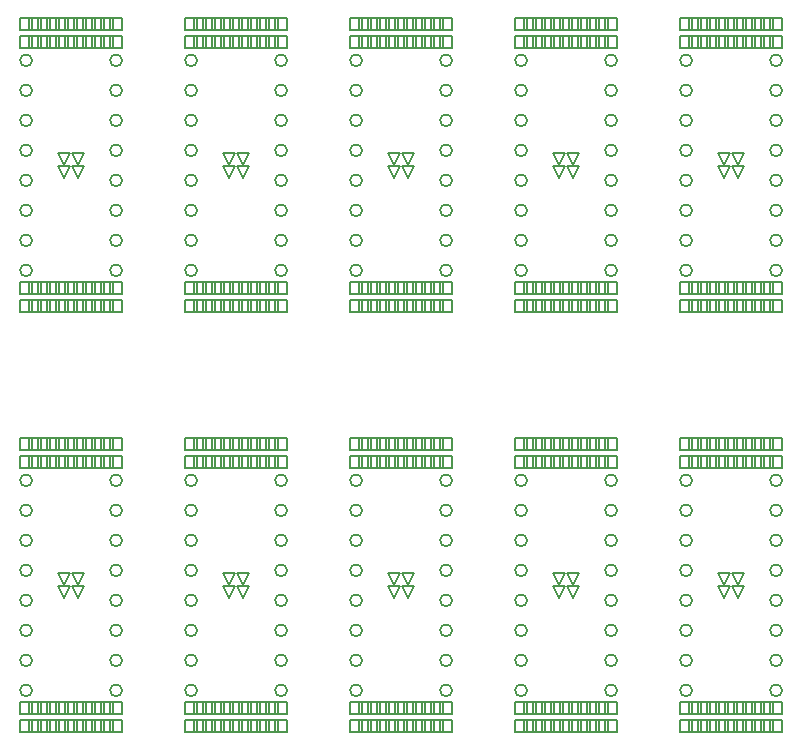
<source format=gbr>
%TF.GenerationSoftware,Altium Limited,Altium Designer,21.6.4 (81)*%
G04 Layer_Color=2752767*
%FSLAX26Y26*%
%MOIN*%
%TF.SameCoordinates,5FA90F47-3B47-4036-B415-51D33840892C*%
%TF.FilePolarity,Positive*%
%TF.FileFunction,Drawing*%
%TF.Part,CustomerPanel*%
G01*
G75*
%TA.AperFunction,NonConductor*%
%ADD16C,0.005000*%
%ADD631C,0.006667*%
D16*
X1180000Y1035000D02*
Y1075000D01*
X1220000D01*
Y1035000D01*
X1180000D01*
Y1095000D02*
Y1135000D01*
X1220000D01*
Y1095000D01*
X1180000D01*
X1210000D02*
Y1135000D01*
X1250000D01*
Y1095000D01*
X1210000D01*
Y1075000D02*
X1250000D01*
Y1035000D01*
X1210000D01*
Y1075000D01*
X1240000D02*
X1280000D01*
Y1035000D01*
X1240000D01*
Y1075000D01*
Y1095000D02*
Y1135000D01*
X1280000D01*
Y1095000D01*
X1240000D01*
X1270000D02*
Y1135000D01*
X1310000D01*
Y1095000D01*
X1270000D01*
Y1075000D02*
X1310000D01*
Y1035000D01*
X1270000D01*
Y1075000D01*
X1300000D02*
X1340000D01*
Y1035000D01*
X1300000D01*
Y1075000D01*
Y1095000D02*
Y1135000D01*
X1340000D01*
Y1095000D01*
X1300000D01*
X1330000D02*
Y1135000D01*
X1370000D01*
Y1095000D01*
X1330000D01*
Y1075000D02*
X1370000D01*
Y1035000D01*
X1330000D01*
Y1075000D01*
X1360000D02*
X1400000D01*
Y1035000D01*
X1360000D01*
Y1075000D01*
Y1095000D02*
Y1135000D01*
X1400000D01*
Y1095000D01*
X1360000D01*
X1390000D02*
Y1135000D01*
X1430000D01*
Y1095000D01*
X1390000D01*
Y1075000D02*
X1430000D01*
Y1035000D01*
X1390000D01*
Y1075000D01*
X1420000D02*
X1460000D01*
Y1035000D01*
X1420000D01*
Y1075000D01*
Y1095000D02*
Y1135000D01*
X1460000D01*
Y1095000D01*
X1420000D01*
X1450000D02*
Y1135000D01*
X1490000D01*
Y1095000D01*
X1450000D01*
Y1075000D02*
X1490000D01*
Y1035000D01*
X1450000D01*
Y1075000D01*
X1480000D02*
X1520000D01*
Y1035000D01*
X1480000D01*
Y1075000D01*
Y1095000D02*
Y1135000D01*
X1520000D01*
Y1095000D01*
X1480000D01*
X1730000D02*
Y1135000D01*
X1770000D01*
Y1095000D01*
X1730000D01*
Y1075000D02*
X1770000D01*
Y1035000D01*
X1730000D01*
Y1075000D01*
X1760000D02*
X1800000D01*
Y1035000D01*
X1760000D01*
Y1075000D01*
Y1095000D02*
Y1135000D01*
X1800000D01*
Y1095000D01*
X1760000D01*
X1790000D02*
Y1135000D01*
X1830000D01*
Y1095000D01*
X1790000D01*
Y1075000D02*
X1830000D01*
Y1035000D01*
X1790000D01*
Y1075000D01*
X1820000D02*
X1860000D01*
Y1035000D01*
X1820000D01*
Y1075000D01*
Y1095000D02*
Y1135000D01*
X1860000D01*
Y1095000D01*
X1820000D01*
X1850000D02*
Y1135000D01*
X1890000D01*
Y1095000D01*
X1850000D01*
Y1075000D02*
X1890000D01*
Y1035000D01*
X1850000D01*
Y1075000D01*
X1880000D02*
X1920000D01*
Y1035000D01*
X1880000D01*
Y1075000D01*
Y1095000D02*
Y1135000D01*
X1920000D01*
Y1095000D01*
X1880000D01*
X1910000D02*
Y1135000D01*
X1950000D01*
Y1095000D01*
X1910000D01*
Y1075000D02*
X1950000D01*
Y1035000D01*
X1910000D01*
Y1075000D01*
X1940000D02*
X1980000D01*
Y1035000D01*
X1940000D01*
Y1075000D01*
Y1095000D02*
Y1135000D01*
X1980000D01*
Y1095000D01*
X1940000D01*
X1970000D02*
Y1135000D01*
X2010000D01*
Y1095000D01*
X1970000D01*
Y1075000D02*
X2010000D01*
Y1035000D01*
X1970000D01*
Y1075000D01*
X2000000D02*
X2040000D01*
Y1035000D01*
X2000000D01*
Y1075000D01*
Y1095000D02*
Y1135000D01*
X2040000D01*
Y1095000D01*
X2000000D01*
X2030000D02*
Y1135000D01*
X2070000D01*
Y1095000D01*
X2030000D01*
Y1075000D02*
X2070000D01*
Y1035000D01*
X2030000D01*
Y1075000D01*
X2280000D02*
X2320000D01*
Y1035000D01*
X2280000D01*
Y1075000D01*
Y1095000D02*
Y1135000D01*
X2320000D01*
Y1095000D01*
X2280000D01*
X2310000D02*
Y1135000D01*
X2350000D01*
Y1095000D01*
X2310000D01*
Y1075000D02*
X2350000D01*
Y1035000D01*
X2310000D01*
Y1075000D01*
X2340000D02*
X2380000D01*
Y1035000D01*
X2340000D01*
Y1075000D01*
Y1095000D02*
Y1135000D01*
X2380000D01*
Y1095000D01*
X2340000D01*
X2370000D02*
Y1135000D01*
X2410000D01*
Y1095000D01*
X2370000D01*
Y1075000D02*
X2410000D01*
Y1035000D01*
X2370000D01*
Y1075000D01*
X2400000D02*
X2440000D01*
Y1035000D01*
X2400000D01*
Y1075000D01*
Y1095000D02*
Y1135000D01*
X2440000D01*
Y1095000D01*
X2400000D01*
X2430000D02*
Y1135000D01*
X2470000D01*
Y1095000D01*
X2430000D01*
Y1075000D02*
X2470000D01*
Y1035000D01*
X2430000D01*
Y1075000D01*
X2460000D02*
X2500000D01*
Y1035000D01*
X2460000D01*
Y1075000D01*
Y1095000D02*
Y1135000D01*
X2500000D01*
Y1095000D01*
X2460000D01*
X2490000D02*
Y1135000D01*
X2530000D01*
Y1095000D01*
X2490000D01*
Y1075000D02*
X2530000D01*
Y1035000D01*
X2490000D01*
Y1075000D01*
X2520000D02*
X2560000D01*
Y1035000D01*
X2520000D01*
Y1075000D01*
Y1095000D02*
Y1135000D01*
X2560000D01*
Y1095000D01*
X2520000D01*
X2550000D02*
Y1135000D01*
X2590000D01*
Y1095000D01*
X2550000D01*
Y1075000D02*
X2590000D01*
Y1035000D01*
X2550000D01*
Y1075000D01*
X2580000D02*
X2620000D01*
Y1035000D01*
X2580000D01*
Y1075000D01*
Y1095000D02*
Y1135000D01*
X2620000D01*
Y1095000D01*
X2580000D01*
X2830000D02*
Y1135000D01*
X2870000D01*
Y1095000D01*
X2830000D01*
Y1075000D02*
X2870000D01*
Y1035000D01*
X2830000D01*
Y1075000D01*
X2860000D02*
X2900000D01*
Y1035000D01*
X2860000D01*
Y1075000D01*
Y1095000D02*
Y1135000D01*
X2900000D01*
Y1095000D01*
X2860000D01*
X2890000D02*
Y1135000D01*
X2930000D01*
Y1095000D01*
X2890000D01*
Y1075000D02*
X2930000D01*
Y1035000D01*
X2890000D01*
Y1075000D01*
X2920000D02*
X2960000D01*
Y1035000D01*
X2920000D01*
Y1075000D01*
Y1095000D02*
Y1135000D01*
X2960000D01*
Y1095000D01*
X2920000D01*
X2950000D02*
Y1135000D01*
X2990000D01*
Y1095000D01*
X2950000D01*
Y1075000D02*
X2990000D01*
Y1035000D01*
X2950000D01*
Y1075000D01*
X2980000D02*
X3020000D01*
Y1035000D01*
X2980000D01*
Y1075000D01*
Y1095000D02*
Y1135000D01*
X3020000D01*
Y1095000D01*
X2980000D01*
X3010000D02*
Y1135000D01*
X3050000D01*
Y1095000D01*
X3010000D01*
Y1075000D02*
X3050000D01*
Y1035000D01*
X3010000D01*
Y1075000D01*
X3040000D02*
X3080000D01*
Y1035000D01*
X3040000D01*
Y1075000D01*
Y1095000D02*
Y1135000D01*
X3080000D01*
Y1095000D01*
X3040000D01*
X3070000D02*
Y1135000D01*
X3110000D01*
Y1095000D01*
X3070000D01*
Y1075000D02*
X3110000D01*
Y1035000D01*
X3070000D01*
Y1075000D01*
X3100000D02*
X3140000D01*
Y1035000D01*
X3100000D01*
Y1075000D01*
Y1095000D02*
Y1135000D01*
X3140000D01*
Y1095000D01*
X3100000D01*
X3130000D02*
Y1135000D01*
X3170000D01*
Y1095000D01*
X3130000D01*
Y1075000D02*
X3170000D01*
Y1035000D01*
X3130000D01*
Y1075000D01*
X3380000D02*
X3420000D01*
Y1035000D01*
X3380000D01*
Y1075000D01*
Y1095000D02*
Y1135000D01*
X3420000D01*
Y1095000D01*
X3380000D01*
X3410000D02*
Y1135000D01*
X3450000D01*
Y1095000D01*
X3410000D01*
Y1075000D02*
X3450000D01*
Y1035000D01*
X3410000D01*
Y1075000D01*
X3440000D02*
X3480000D01*
Y1035000D01*
X3440000D01*
Y1075000D01*
Y1095000D02*
Y1135000D01*
X3480000D01*
Y1095000D01*
X3440000D01*
X3470000D02*
Y1135000D01*
X3510000D01*
Y1095000D01*
X3470000D01*
Y1075000D02*
X3510000D01*
Y1035000D01*
X3470000D01*
Y1075000D01*
X3500000D02*
X3540000D01*
Y1035000D01*
X3500000D01*
Y1075000D01*
Y1095000D02*
Y1135000D01*
X3540000D01*
Y1095000D01*
X3500000D01*
X3530000D02*
Y1135000D01*
X3570000D01*
Y1095000D01*
X3530000D01*
Y1075000D02*
X3570000D01*
Y1035000D01*
X3530000D01*
Y1075000D01*
X3560000D02*
X3600000D01*
Y1035000D01*
X3560000D01*
Y1075000D01*
Y1095000D02*
Y1135000D01*
X3600000D01*
Y1095000D01*
X3560000D01*
X3590000D02*
Y1135000D01*
X3630000D01*
Y1095000D01*
X3590000D01*
Y1075000D02*
X3630000D01*
Y1035000D01*
X3590000D01*
Y1075000D01*
X3620000D02*
X3660000D01*
Y1035000D01*
X3620000D01*
Y1075000D01*
Y1095000D02*
Y1135000D01*
X3660000D01*
Y1095000D01*
X3620000D01*
X3650000D02*
Y1135000D01*
X3690000D01*
Y1095000D01*
X3650000D01*
Y1075000D02*
X3690000D01*
Y1035000D01*
X3650000D01*
Y1075000D01*
X3680000D02*
X3720000D01*
Y1035000D01*
X3680000D01*
Y1075000D01*
Y1095000D02*
Y1135000D01*
X3720000D01*
Y1095000D01*
X3680000D01*
X3572272Y1482730D02*
X3552272Y1522730D01*
X3592272D01*
X3572272Y1482730D01*
X3527730D02*
X3507730Y1522730D01*
X3547730D01*
X3527730Y1482730D01*
Y1527272D02*
X3507730Y1567272D01*
X3547730D01*
X3527730Y1527272D01*
X3572272D02*
X3552272Y1567272D01*
X3592272D01*
X3572272Y1527272D01*
X3720000Y1915000D02*
X3680000D01*
Y1955000D01*
X3720000D01*
Y1915000D01*
Y1975000D02*
X3680000D01*
Y2015000D01*
X3720000D01*
Y1975000D01*
X3690000Y2015000D02*
Y1975000D01*
X3650000D01*
Y2015000D01*
X3690000D01*
X3660000D02*
Y1975000D01*
X3620000D01*
Y2015000D01*
X3660000D01*
X3630000D02*
Y1975000D01*
X3590000D01*
Y2015000D01*
X3630000D01*
X3600000D02*
Y1975000D01*
X3560000D01*
Y2015000D01*
X3600000D01*
Y1955000D02*
Y1915000D01*
X3560000D01*
Y1955000D01*
X3600000D01*
X3620000D02*
X3660000D01*
Y1915000D01*
X3620000D01*
Y1955000D01*
X3630000D02*
Y1915000D01*
X3590000D01*
Y1955000D01*
X3630000D01*
X3650000D02*
X3690000D01*
Y1915000D01*
X3650000D01*
Y1955000D01*
X3570000Y2015000D02*
Y1975000D01*
X3530000D01*
Y2015000D01*
X3570000D01*
X3540000D02*
Y1975000D01*
X3500000D01*
Y2015000D01*
X3540000D01*
X3510000D02*
Y1975000D01*
X3470000D01*
Y2015000D01*
X3510000D01*
Y1955000D02*
Y1915000D01*
X3470000D01*
Y1955000D01*
X3510000D01*
X3500000D02*
X3540000D01*
Y1915000D01*
X3500000D01*
Y1955000D01*
X3530000D02*
X3570000D01*
Y1915000D01*
X3530000D01*
Y1955000D01*
X3480000Y2015000D02*
Y1975000D01*
X3440000D01*
Y2015000D01*
X3480000D01*
X3450000D02*
Y1975000D01*
X3410000D01*
Y2015000D01*
X3450000D01*
X3420000D02*
Y1975000D01*
X3380000D01*
Y2015000D01*
X3420000D01*
Y1955000D02*
Y1915000D01*
X3380000D01*
Y1955000D01*
X3420000D01*
X3410000D02*
X3450000D01*
Y1915000D01*
X3410000D01*
Y1955000D01*
X3440000D02*
X3480000D01*
Y1915000D01*
X3440000D01*
Y1955000D01*
X3170000Y2015000D02*
Y1975000D01*
X3130000D01*
Y2015000D01*
X3170000D01*
X3140000D02*
Y1975000D01*
X3100000D01*
Y2015000D01*
X3140000D01*
X3110000D02*
Y1975000D01*
X3070000D01*
Y2015000D01*
X3110000D01*
Y1955000D02*
Y1915000D01*
X3070000D01*
Y1955000D01*
X3110000D01*
X3100000D02*
X3140000D01*
Y1915000D01*
X3100000D01*
Y1955000D01*
X3130000D02*
X3170000D01*
Y1915000D01*
X3130000D01*
Y1955000D01*
X3080000Y2015000D02*
Y1975000D01*
X3040000D01*
Y2015000D01*
X3080000D01*
X3050000D02*
Y1975000D01*
X3010000D01*
Y2015000D01*
X3050000D01*
X3020000D02*
Y1975000D01*
X2980000D01*
Y2015000D01*
X3020000D01*
Y1955000D02*
Y1915000D01*
X2980000D01*
Y1955000D01*
X3020000D01*
X3010000D02*
X3050000D01*
Y1915000D01*
X3010000D01*
Y1955000D01*
X3040000D02*
X3080000D01*
Y1915000D01*
X3040000D01*
Y1955000D01*
X2990000Y2015000D02*
Y1975000D01*
X2950000D01*
Y2015000D01*
X2990000D01*
X2960000D02*
Y1975000D01*
X2920000D01*
Y2015000D01*
X2960000D01*
X2930000D02*
Y1975000D01*
X2890000D01*
Y2015000D01*
X2930000D01*
X2900000D02*
Y1975000D01*
X2860000D01*
Y2015000D01*
X2900000D01*
Y1955000D02*
Y1915000D01*
X2860000D01*
Y1955000D01*
X2900000D01*
X2920000D02*
X2960000D01*
Y1915000D01*
X2920000D01*
Y1955000D01*
X2930000D02*
Y1915000D01*
X2890000D01*
Y1955000D01*
X2930000D01*
X2950000D02*
X2990000D01*
Y1915000D01*
X2950000D01*
Y1955000D01*
X2870000Y2015000D02*
Y1975000D01*
X2830000D01*
Y2015000D01*
X2870000D01*
Y1955000D02*
Y1915000D01*
X2830000D01*
Y1955000D01*
X2870000D01*
X2620000Y2015000D02*
Y1975000D01*
X2580000D01*
Y2015000D01*
X2620000D01*
Y1955000D02*
Y1915000D01*
X2580000D01*
Y1955000D01*
X2620000D01*
X2590000Y2015000D02*
Y1975000D01*
X2550000D01*
Y2015000D01*
X2590000D01*
X2560000D02*
Y1975000D01*
X2520000D01*
Y2015000D01*
X2560000D01*
X2530000D02*
Y1975000D01*
X2490000D01*
Y2015000D01*
X2530000D01*
X2500000D02*
Y1975000D01*
X2460000D01*
Y2015000D01*
X2500000D01*
Y1955000D02*
Y1915000D01*
X2460000D01*
Y1955000D01*
X2500000D01*
X2520000D02*
X2560000D01*
Y1915000D01*
X2520000D01*
Y1955000D01*
X2530000D02*
Y1915000D01*
X2490000D01*
Y1955000D01*
X2530000D01*
X2550000D02*
X2590000D01*
Y1915000D01*
X2550000D01*
Y1955000D01*
X2470000Y2015000D02*
Y1975000D01*
X2430000D01*
Y2015000D01*
X2470000D01*
X2440000D02*
Y1975000D01*
X2400000D01*
Y2015000D01*
X2440000D01*
X2410000D02*
Y1975000D01*
X2370000D01*
Y2015000D01*
X2410000D01*
Y1955000D02*
Y1915000D01*
X2370000D01*
Y1955000D01*
X2410000D01*
X2400000D02*
X2440000D01*
Y1915000D01*
X2400000D01*
Y1955000D01*
X2430000D02*
X2470000D01*
Y1915000D01*
X2430000D01*
Y1955000D01*
X2380000Y2015000D02*
Y1975000D01*
X2340000D01*
Y2015000D01*
X2380000D01*
X2350000D02*
Y1975000D01*
X2310000D01*
Y2015000D01*
X2350000D01*
X2320000D02*
Y1975000D01*
X2280000D01*
Y2015000D01*
X2320000D01*
Y1955000D02*
Y1915000D01*
X2280000D01*
Y1955000D01*
X2320000D01*
X2310000D02*
X2350000D01*
Y1915000D01*
X2310000D01*
Y1955000D01*
X2340000D02*
X2380000D01*
Y1915000D01*
X2340000D01*
Y1955000D01*
X2070000Y2015000D02*
Y1975000D01*
X2030000D01*
Y2015000D01*
X2070000D01*
X2040000D02*
Y1975000D01*
X2000000D01*
Y2015000D01*
X2040000D01*
X2010000D02*
Y1975000D01*
X1970000D01*
Y2015000D01*
X2010000D01*
Y1955000D02*
Y1915000D01*
X1970000D01*
Y1955000D01*
X2010000D01*
X2000000D02*
X2040000D01*
Y1915000D01*
X2000000D01*
Y1955000D01*
X2030000D02*
X2070000D01*
Y1915000D01*
X2030000D01*
Y1955000D01*
X1980000Y2015000D02*
Y1975000D01*
X1940000D01*
Y2015000D01*
X1980000D01*
X1950000D02*
Y1975000D01*
X1910000D01*
Y2015000D01*
X1950000D01*
X1920000D02*
Y1975000D01*
X1880000D01*
Y2015000D01*
X1920000D01*
Y1955000D02*
Y1915000D01*
X1880000D01*
Y1955000D01*
X1920000D01*
X1910000D02*
X1950000D01*
Y1915000D01*
X1910000D01*
Y1955000D01*
X1940000D02*
X1980000D01*
Y1915000D01*
X1940000D01*
Y1955000D01*
X1890000Y2015000D02*
Y1975000D01*
X1850000D01*
Y2015000D01*
X1890000D01*
X1860000D02*
Y1975000D01*
X1820000D01*
Y2015000D01*
X1860000D01*
X1830000D02*
Y1975000D01*
X1790000D01*
Y2015000D01*
X1830000D01*
X1800000D02*
Y1975000D01*
X1760000D01*
Y2015000D01*
X1800000D01*
Y1955000D02*
Y1915000D01*
X1760000D01*
Y1955000D01*
X1800000D01*
X1820000D02*
X1860000D01*
Y1915000D01*
X1820000D01*
Y1955000D01*
X1830000D02*
Y1915000D01*
X1790000D01*
Y1955000D01*
X1830000D01*
X1850000D02*
X1890000D01*
Y1915000D01*
X1850000D01*
Y1955000D01*
X1770000Y2015000D02*
Y1975000D01*
X1730000D01*
Y2015000D01*
X1770000D01*
Y1955000D02*
Y1915000D01*
X1730000D01*
Y1955000D01*
X1770000D01*
X1520000Y2015000D02*
Y1975000D01*
X1480000D01*
Y2015000D01*
X1520000D01*
Y1955000D02*
Y1915000D01*
X1480000D01*
Y1955000D01*
X1520000D01*
X1490000Y2015000D02*
Y1975000D01*
X1450000D01*
Y2015000D01*
X1490000D01*
X1460000D02*
Y1975000D01*
X1420000D01*
Y2015000D01*
X1460000D01*
X1430000D02*
Y1975000D01*
X1390000D01*
Y2015000D01*
X1430000D01*
X1400000D02*
Y1975000D01*
X1360000D01*
Y2015000D01*
X1400000D01*
Y1955000D02*
Y1915000D01*
X1360000D01*
Y1955000D01*
X1400000D01*
X1420000D02*
X1460000D01*
Y1915000D01*
X1420000D01*
Y1955000D01*
X1430000D02*
Y1915000D01*
X1390000D01*
Y1955000D01*
X1430000D01*
X1450000D02*
X1490000D01*
Y1915000D01*
X1450000D01*
Y1955000D01*
X1370000Y2015000D02*
Y1975000D01*
X1330000D01*
Y2015000D01*
X1370000D01*
X1340000D02*
Y1975000D01*
X1300000D01*
Y2015000D01*
X1340000D01*
X1310000D02*
Y1975000D01*
X1270000D01*
Y2015000D01*
X1310000D01*
Y1955000D02*
Y1915000D01*
X1270000D01*
Y1955000D01*
X1310000D01*
X1300000D02*
X1340000D01*
Y1915000D01*
X1300000D01*
Y1955000D01*
X1330000D02*
X1370000D01*
Y1915000D01*
X1330000D01*
Y1955000D01*
X1280000Y2015000D02*
Y1975000D01*
X1240000D01*
Y2015000D01*
X1280000D01*
X1250000D02*
Y1975000D01*
X1210000D01*
Y2015000D01*
X1250000D01*
X1220000D02*
Y1975000D01*
X1180000D01*
Y2015000D01*
X1220000D01*
Y1955000D02*
Y1915000D01*
X1180000D01*
Y1955000D01*
X1220000D01*
X1210000D02*
X1250000D01*
Y1915000D01*
X1210000D01*
Y1955000D01*
X1240000D02*
X1280000D01*
Y1915000D01*
X1240000D01*
Y1955000D01*
X1307730Y1567272D02*
X1347730D01*
X1327730Y1527272D01*
X1307730Y1567272D01*
X1352272D02*
X1392272D01*
X1372272Y1527272D01*
X1352272Y1567272D01*
Y1522730D02*
X1392272D01*
X1372272Y1482730D01*
X1352272Y1522730D01*
X1347730D02*
X1327730Y1482730D01*
X1307730Y1522730D01*
X1347730D01*
X1877730Y1482730D02*
X1857730Y1522730D01*
X1897730D01*
X1877730Y1482730D01*
X1922272D02*
X1902272Y1522730D01*
X1942272D01*
X1922272Y1482730D01*
Y1527272D02*
X1902272Y1567272D01*
X1942272D01*
X1922272Y1527272D01*
X1877730D02*
X1857730Y1567272D01*
X1897730D01*
X1877730Y1527272D01*
X2427730Y1482730D02*
X2407730Y1522730D01*
X2447730D01*
X2427730Y1482730D01*
X2472272D02*
X2452272Y1522730D01*
X2492272D01*
X2472272Y1482730D01*
Y1527272D02*
X2452272Y1567272D01*
X2492272D01*
X2472272Y1527272D01*
X2427730D02*
X2407730Y1567272D01*
X2447730D01*
X2427730Y1527272D01*
X2977730Y1482730D02*
X2957730Y1522730D01*
X2997730D01*
X2977730Y1482730D01*
X3022272D02*
X3002272Y1522730D01*
X3042272D01*
X3022272Y1482730D01*
Y1527272D02*
X3002272Y1567272D01*
X3042272D01*
X3022272Y1527272D01*
X2977730D02*
X2957730Y1567272D01*
X2997730D01*
X2977730Y1527272D01*
X3720000Y2435000D02*
X3680000D01*
Y2475000D01*
X3720000D01*
Y2435000D01*
Y2495000D02*
X3680000D01*
Y2535000D01*
X3720000D01*
Y2495000D01*
X3690000Y2535000D02*
Y2495000D01*
X3650000D01*
Y2535000D01*
X3690000D01*
X3660000D02*
Y2495000D01*
X3620000D01*
Y2535000D01*
X3660000D01*
X3630000D02*
Y2495000D01*
X3590000D01*
Y2535000D01*
X3630000D01*
X3600000D02*
Y2495000D01*
X3560000D01*
Y2535000D01*
X3600000D01*
Y2475000D02*
Y2435000D01*
X3560000D01*
Y2475000D01*
X3600000D01*
X3620000D02*
X3660000D01*
Y2435000D01*
X3620000D01*
Y2475000D01*
X3630000D02*
Y2435000D01*
X3590000D01*
Y2475000D01*
X3630000D01*
X3650000D02*
X3690000D01*
Y2435000D01*
X3650000D01*
Y2475000D01*
X3570000Y2535000D02*
Y2495000D01*
X3530000D01*
Y2535000D01*
X3570000D01*
X3540000D02*
Y2495000D01*
X3500000D01*
Y2535000D01*
X3540000D01*
X3510000D02*
Y2495000D01*
X3470000D01*
Y2535000D01*
X3510000D01*
Y2475000D02*
Y2435000D01*
X3470000D01*
Y2475000D01*
X3510000D01*
X3500000D02*
X3540000D01*
Y2435000D01*
X3500000D01*
Y2475000D01*
X3530000D02*
X3570000D01*
Y2435000D01*
X3530000D01*
Y2475000D01*
X3480000Y2535000D02*
Y2495000D01*
X3440000D01*
Y2535000D01*
X3480000D01*
X3450000D02*
Y2495000D01*
X3410000D01*
Y2535000D01*
X3450000D01*
X3420000D02*
Y2495000D01*
X3380000D01*
Y2535000D01*
X3420000D01*
Y2475000D02*
Y2435000D01*
X3380000D01*
Y2475000D01*
X3420000D01*
X3410000D02*
X3450000D01*
Y2435000D01*
X3410000D01*
Y2475000D01*
X3440000D02*
X3480000D01*
Y2435000D01*
X3440000D01*
Y2475000D01*
X3170000Y2535000D02*
Y2495000D01*
X3130000D01*
Y2535000D01*
X3170000D01*
X3140000D02*
Y2495000D01*
X3100000D01*
Y2535000D01*
X3140000D01*
X3110000D02*
Y2495000D01*
X3070000D01*
Y2535000D01*
X3110000D01*
Y2475000D02*
Y2435000D01*
X3070000D01*
Y2475000D01*
X3110000D01*
X3100000D02*
X3140000D01*
Y2435000D01*
X3100000D01*
Y2475000D01*
X3130000D02*
X3170000D01*
Y2435000D01*
X3130000D01*
Y2475000D01*
X3080000Y2535000D02*
Y2495000D01*
X3040000D01*
Y2535000D01*
X3080000D01*
X3050000D02*
Y2495000D01*
X3010000D01*
Y2535000D01*
X3050000D01*
X3020000D02*
Y2495000D01*
X2980000D01*
Y2535000D01*
X3020000D01*
Y2475000D02*
Y2435000D01*
X2980000D01*
Y2475000D01*
X3020000D01*
X3010000D02*
X3050000D01*
Y2435000D01*
X3010000D01*
Y2475000D01*
X3040000D02*
X3080000D01*
Y2435000D01*
X3040000D01*
Y2475000D01*
X2990000Y2535000D02*
Y2495000D01*
X2950000D01*
Y2535000D01*
X2990000D01*
X2960000D02*
Y2495000D01*
X2920000D01*
Y2535000D01*
X2960000D01*
X2930000D02*
Y2495000D01*
X2890000D01*
Y2535000D01*
X2930000D01*
X2900000D02*
Y2495000D01*
X2860000D01*
Y2535000D01*
X2900000D01*
Y2475000D02*
Y2435000D01*
X2860000D01*
Y2475000D01*
X2900000D01*
X2920000D02*
X2960000D01*
Y2435000D01*
X2920000D01*
Y2475000D01*
X2930000D02*
Y2435000D01*
X2890000D01*
Y2475000D01*
X2930000D01*
X2950000D02*
X2990000D01*
Y2435000D01*
X2950000D01*
Y2475000D01*
X2870000Y2535000D02*
Y2495000D01*
X2830000D01*
Y2535000D01*
X2870000D01*
Y2475000D02*
Y2435000D01*
X2830000D01*
Y2475000D01*
X2870000D01*
X2620000Y2535000D02*
Y2495000D01*
X2580000D01*
Y2535000D01*
X2620000D01*
Y2475000D02*
Y2435000D01*
X2580000D01*
Y2475000D01*
X2620000D01*
X2590000Y2535000D02*
Y2495000D01*
X2550000D01*
Y2535000D01*
X2590000D01*
X2560000D02*
Y2495000D01*
X2520000D01*
Y2535000D01*
X2560000D01*
X2530000D02*
Y2495000D01*
X2490000D01*
Y2535000D01*
X2530000D01*
X2500000D02*
Y2495000D01*
X2460000D01*
Y2535000D01*
X2500000D01*
Y2475000D02*
Y2435000D01*
X2460000D01*
Y2475000D01*
X2500000D01*
X2520000D02*
X2560000D01*
Y2435000D01*
X2520000D01*
Y2475000D01*
X2530000D02*
Y2435000D01*
X2490000D01*
Y2475000D01*
X2530000D01*
X2550000D02*
X2590000D01*
Y2435000D01*
X2550000D01*
Y2475000D01*
X2470000Y2535000D02*
Y2495000D01*
X2430000D01*
Y2535000D01*
X2470000D01*
X2440000D02*
Y2495000D01*
X2400000D01*
Y2535000D01*
X2440000D01*
X2410000D02*
Y2495000D01*
X2370000D01*
Y2535000D01*
X2410000D01*
Y2475000D02*
Y2435000D01*
X2370000D01*
Y2475000D01*
X2410000D01*
X2400000D02*
X2440000D01*
Y2435000D01*
X2400000D01*
Y2475000D01*
X2430000D02*
X2470000D01*
Y2435000D01*
X2430000D01*
Y2475000D01*
X2380000Y2535000D02*
Y2495000D01*
X2340000D01*
Y2535000D01*
X2380000D01*
X2350000D02*
Y2495000D01*
X2310000D01*
Y2535000D01*
X2350000D01*
X2320000D02*
Y2495000D01*
X2280000D01*
Y2535000D01*
X2320000D01*
Y2475000D02*
Y2435000D01*
X2280000D01*
Y2475000D01*
X2320000D01*
X2310000D02*
X2350000D01*
Y2435000D01*
X2310000D01*
Y2475000D01*
X2340000D02*
X2380000D01*
Y2435000D01*
X2340000D01*
Y2475000D01*
X2070000Y2535000D02*
Y2495000D01*
X2030000D01*
Y2535000D01*
X2070000D01*
X2040000D02*
Y2495000D01*
X2000000D01*
Y2535000D01*
X2040000D01*
X2010000D02*
Y2495000D01*
X1970000D01*
Y2535000D01*
X2010000D01*
Y2475000D02*
Y2435000D01*
X1970000D01*
Y2475000D01*
X2010000D01*
X2000000D02*
X2040000D01*
Y2435000D01*
X2000000D01*
Y2475000D01*
X2030000D02*
X2070000D01*
Y2435000D01*
X2030000D01*
Y2475000D01*
X1980000Y2535000D02*
Y2495000D01*
X1940000D01*
Y2535000D01*
X1980000D01*
X1950000D02*
Y2495000D01*
X1910000D01*
Y2535000D01*
X1950000D01*
X1920000D02*
Y2495000D01*
X1880000D01*
Y2535000D01*
X1920000D01*
Y2475000D02*
Y2435000D01*
X1880000D01*
Y2475000D01*
X1920000D01*
X1910000D02*
X1950000D01*
Y2435000D01*
X1910000D01*
Y2475000D01*
X1940000D02*
X1980000D01*
Y2435000D01*
X1940000D01*
Y2475000D01*
X1890000Y2535000D02*
Y2495000D01*
X1850000D01*
Y2535000D01*
X1890000D01*
X1860000D02*
Y2495000D01*
X1820000D01*
Y2535000D01*
X1860000D01*
X1830000D02*
Y2495000D01*
X1790000D01*
Y2535000D01*
X1830000D01*
X1800000D02*
Y2495000D01*
X1760000D01*
Y2535000D01*
X1800000D01*
Y2475000D02*
Y2435000D01*
X1760000D01*
Y2475000D01*
X1800000D01*
X1820000D02*
X1860000D01*
Y2435000D01*
X1820000D01*
Y2475000D01*
X1830000D02*
Y2435000D01*
X1790000D01*
Y2475000D01*
X1830000D01*
X1850000D02*
X1890000D01*
Y2435000D01*
X1850000D01*
Y2475000D01*
X1770000Y2535000D02*
Y2495000D01*
X1730000D01*
Y2535000D01*
X1770000D01*
Y2475000D02*
Y2435000D01*
X1730000D01*
Y2475000D01*
X1770000D01*
X1520000Y2535000D02*
Y2495000D01*
X1480000D01*
Y2535000D01*
X1520000D01*
Y2475000D02*
Y2435000D01*
X1480000D01*
Y2475000D01*
X1520000D01*
X1490000Y2535000D02*
Y2495000D01*
X1450000D01*
Y2535000D01*
X1490000D01*
X1460000D02*
Y2495000D01*
X1420000D01*
Y2535000D01*
X1460000D01*
X1430000D02*
Y2495000D01*
X1390000D01*
Y2535000D01*
X1430000D01*
X1400000D02*
Y2495000D01*
X1360000D01*
Y2535000D01*
X1400000D01*
Y2475000D02*
Y2435000D01*
X1360000D01*
Y2475000D01*
X1400000D01*
X1420000D02*
X1460000D01*
Y2435000D01*
X1420000D01*
Y2475000D01*
X1430000D02*
Y2435000D01*
X1390000D01*
Y2475000D01*
X1430000D01*
X1450000D02*
X1490000D01*
Y2435000D01*
X1450000D01*
Y2475000D01*
X1370000Y2535000D02*
Y2495000D01*
X1330000D01*
Y2535000D01*
X1370000D01*
X1340000D02*
Y2495000D01*
X1300000D01*
Y2535000D01*
X1340000D01*
X1310000D02*
Y2495000D01*
X1270000D01*
Y2535000D01*
X1310000D01*
Y2475000D02*
Y2435000D01*
X1270000D01*
Y2475000D01*
X1310000D01*
X1300000D02*
X1340000D01*
Y2435000D01*
X1300000D01*
Y2475000D01*
X1330000D02*
X1370000D01*
Y2435000D01*
X1330000D01*
Y2475000D01*
X1280000Y2535000D02*
Y2495000D01*
X1240000D01*
Y2535000D01*
X1280000D01*
X1250000D02*
Y2495000D01*
X1210000D01*
Y2535000D01*
X1250000D01*
X1220000D02*
Y2495000D01*
X1180000D01*
Y2535000D01*
X1220000D01*
Y2475000D02*
Y2435000D01*
X1180000D01*
Y2475000D01*
X1220000D01*
X1210000D02*
X1250000D01*
Y2435000D01*
X1210000D01*
Y2475000D01*
X1240000D02*
X1280000D01*
Y2435000D01*
X1240000D01*
Y2475000D01*
X1327730Y2882730D02*
X1307730Y2922730D01*
X1347730D01*
X1327730Y2882730D01*
X1372272D02*
X1352272Y2922730D01*
X1392272D01*
X1372272Y2882730D01*
Y2927272D02*
X1352272Y2967272D01*
X1392272D01*
X1372272Y2927272D01*
X1327730D02*
X1307730Y2967272D01*
X1347730D01*
X1327730Y2927272D01*
X1730000Y3315000D02*
Y3355000D01*
X1770000D01*
Y3315000D01*
X1730000D01*
X1760000D02*
Y3355000D01*
X1800000D01*
Y3315000D01*
X1760000D01*
X1790000D02*
Y3355000D01*
X1830000D01*
Y3315000D01*
X1790000D01*
Y3375000D02*
Y3415000D01*
X1830000D01*
Y3375000D01*
X1790000D01*
X1770000D02*
X1730000D01*
Y3415000D01*
X1770000D01*
Y3375000D01*
X1760000D02*
Y3415000D01*
X1800000D01*
Y3375000D01*
X1760000D01*
X1820000D02*
Y3415000D01*
X1860000D01*
Y3375000D01*
X1820000D01*
Y3355000D02*
X1860000D01*
Y3315000D01*
X1820000D01*
Y3355000D01*
X1850000D02*
X1890000D01*
Y3315000D01*
X1850000D01*
Y3355000D01*
Y3375000D02*
Y3415000D01*
X1890000D01*
Y3375000D01*
X1850000D01*
X1880000D02*
Y3415000D01*
X1920000D01*
Y3375000D01*
X1880000D01*
Y3355000D02*
X1920000D01*
Y3315000D01*
X1880000D01*
Y3355000D01*
X1910000D02*
X1950000D01*
Y3315000D01*
X1910000D01*
Y3355000D01*
Y3375000D02*
Y3415000D01*
X1950000D01*
Y3375000D01*
X1910000D01*
X1940000D02*
Y3415000D01*
X1980000D01*
Y3375000D01*
X1940000D01*
Y3355000D02*
X1980000D01*
Y3315000D01*
X1940000D01*
Y3355000D01*
X1970000D02*
X2010000D01*
Y3315000D01*
X1970000D01*
Y3355000D01*
Y3375000D02*
Y3415000D01*
X2010000D01*
Y3375000D01*
X1970000D01*
X2000000D02*
Y3415000D01*
X2040000D01*
Y3375000D01*
X2000000D01*
Y3355000D02*
X2040000D01*
Y3315000D01*
X2000000D01*
Y3355000D01*
X2030000D02*
X2070000D01*
Y3315000D01*
X2030000D01*
Y3355000D01*
Y3375000D02*
Y3415000D01*
X2070000D01*
Y3375000D01*
X2030000D01*
X2280000D02*
Y3415000D01*
X2320000D01*
Y3375000D01*
X2280000D01*
Y3355000D02*
X2320000D01*
Y3315000D01*
X2280000D01*
Y3355000D01*
X2310000D02*
X2350000D01*
Y3315000D01*
X2310000D01*
Y3355000D01*
Y3375000D02*
Y3415000D01*
X2350000D01*
Y3375000D01*
X2310000D01*
X2340000D02*
Y3415000D01*
X2380000D01*
Y3375000D01*
X2340000D01*
Y3355000D02*
X2380000D01*
Y3315000D01*
X2340000D01*
Y3355000D01*
X2370000D02*
X2410000D01*
Y3315000D01*
X2370000D01*
Y3355000D01*
Y3375000D02*
Y3415000D01*
X2410000D01*
Y3375000D01*
X2370000D01*
X2400000D02*
Y3415000D01*
X2440000D01*
Y3375000D01*
X2400000D01*
Y3355000D02*
X2440000D01*
Y3315000D01*
X2400000D01*
Y3355000D01*
X2430000D02*
X2470000D01*
Y3315000D01*
X2430000D01*
Y3355000D01*
Y3375000D02*
Y3415000D01*
X2470000D01*
Y3375000D01*
X2430000D01*
X2460000D02*
Y3415000D01*
X2500000D01*
Y3375000D01*
X2460000D01*
Y3355000D02*
X2500000D01*
Y3315000D01*
X2460000D01*
Y3355000D01*
X2490000D02*
X2530000D01*
Y3315000D01*
X2490000D01*
Y3355000D01*
Y3375000D02*
Y3415000D01*
X2530000D01*
Y3375000D01*
X2490000D01*
X2520000D02*
Y3415000D01*
X2560000D01*
Y3375000D01*
X2520000D01*
Y3355000D02*
X2560000D01*
Y3315000D01*
X2520000D01*
Y3355000D01*
X2550000D02*
X2590000D01*
Y3315000D01*
X2550000D01*
Y3355000D01*
Y3375000D02*
Y3415000D01*
X2590000D01*
Y3375000D01*
X2550000D01*
X2580000D02*
Y3415000D01*
X2620000D01*
Y3375000D01*
X2580000D01*
Y3355000D02*
X2620000D01*
Y3315000D01*
X2580000D01*
Y3355000D01*
X2830000D02*
X2870000D01*
Y3315000D01*
X2830000D01*
Y3355000D01*
Y3375000D02*
Y3415000D01*
X2870000D01*
Y3375000D01*
X2830000D01*
X2860000D02*
Y3415000D01*
X2900000D01*
Y3375000D01*
X2860000D01*
Y3355000D02*
X2900000D01*
Y3315000D01*
X2860000D01*
Y3355000D01*
X2890000D02*
X2930000D01*
Y3315000D01*
X2890000D01*
Y3355000D01*
Y3375000D02*
Y3415000D01*
X2930000D01*
Y3375000D01*
X2890000D01*
X2920000D02*
Y3415000D01*
X2960000D01*
Y3375000D01*
X2920000D01*
Y3355000D02*
X2960000D01*
Y3315000D01*
X2920000D01*
Y3355000D01*
X2950000D02*
X2990000D01*
Y3315000D01*
X2950000D01*
Y3355000D01*
Y3375000D02*
Y3415000D01*
X2990000D01*
Y3375000D01*
X2950000D01*
X2980000D02*
Y3415000D01*
X3020000D01*
Y3375000D01*
X2980000D01*
Y3355000D02*
X3020000D01*
Y3315000D01*
X2980000D01*
Y3355000D01*
X3010000D02*
X3050000D01*
Y3315000D01*
X3010000D01*
Y3355000D01*
Y3375000D02*
Y3415000D01*
X3050000D01*
Y3375000D01*
X3010000D01*
X3040000D02*
Y3415000D01*
X3080000D01*
Y3375000D01*
X3040000D01*
Y3355000D02*
X3080000D01*
Y3315000D01*
X3040000D01*
Y3355000D01*
X3070000D02*
X3110000D01*
Y3315000D01*
X3070000D01*
Y3355000D01*
Y3375000D02*
Y3415000D01*
X3110000D01*
Y3375000D01*
X3070000D01*
X3100000D02*
Y3415000D01*
X3140000D01*
Y3375000D01*
X3100000D01*
Y3355000D02*
X3140000D01*
Y3315000D01*
X3100000D01*
Y3355000D01*
X3130000D02*
X3170000D01*
Y3315000D01*
X3130000D01*
Y3355000D01*
Y3375000D02*
Y3415000D01*
X3170000D01*
Y3375000D01*
X3130000D01*
X3380000D02*
Y3415000D01*
X3420000D01*
Y3375000D01*
X3380000D01*
Y3355000D02*
X3420000D01*
Y3315000D01*
X3380000D01*
Y3355000D01*
X3410000D02*
X3450000D01*
Y3315000D01*
X3410000D01*
Y3355000D01*
Y3375000D02*
Y3415000D01*
X3450000D01*
Y3375000D01*
X3410000D01*
X3440000D02*
Y3415000D01*
X3480000D01*
Y3375000D01*
X3440000D01*
Y3355000D02*
X3480000D01*
Y3315000D01*
X3440000D01*
Y3355000D01*
X3470000D02*
X3510000D01*
Y3315000D01*
X3470000D01*
Y3355000D01*
Y3375000D02*
Y3415000D01*
X3510000D01*
Y3375000D01*
X3470000D01*
X3500000D02*
Y3415000D01*
X3540000D01*
Y3375000D01*
X3500000D01*
Y3355000D02*
X3540000D01*
Y3315000D01*
X3500000D01*
Y3355000D01*
X3530000D02*
X3570000D01*
Y3315000D01*
X3530000D01*
Y3355000D01*
Y3375000D02*
Y3415000D01*
X3570000D01*
Y3375000D01*
X3530000D01*
X3560000D02*
Y3415000D01*
X3600000D01*
Y3375000D01*
X3560000D01*
Y3355000D02*
X3600000D01*
Y3315000D01*
X3560000D01*
Y3355000D01*
X3590000D02*
X3630000D01*
Y3315000D01*
X3590000D01*
Y3355000D01*
Y3375000D02*
Y3415000D01*
X3630000D01*
Y3375000D01*
X3590000D01*
X3620000D02*
Y3415000D01*
X3660000D01*
Y3375000D01*
X3620000D01*
Y3355000D02*
X3660000D01*
Y3315000D01*
X3620000D01*
Y3355000D01*
X3650000D02*
X3690000D01*
Y3315000D01*
X3650000D01*
Y3355000D01*
Y3375000D02*
Y3415000D01*
X3690000D01*
Y3375000D01*
X3650000D01*
X3680000D02*
Y3415000D01*
X3720000D01*
Y3375000D01*
X3680000D01*
Y3355000D02*
X3720000D01*
Y3315000D01*
X3680000D01*
Y3355000D01*
X3592272Y2967272D02*
X3572272Y2927272D01*
X3552272Y2967272D01*
X3592272D01*
Y2922730D02*
X3572272Y2882730D01*
X3552272Y2922730D01*
X3592272D01*
X3547730D02*
X3527730Y2882730D01*
X3507730Y2922730D01*
X3547730D01*
X3527730Y2927272D02*
X3507730Y2967272D01*
X3547730D01*
X3527730Y2927272D01*
X3042272Y2922730D02*
X3022272Y2882730D01*
X3002272Y2922730D01*
X3042272D01*
X3022272Y2927272D02*
X3002272Y2967272D01*
X3042272D01*
X3022272Y2927272D01*
X2997730Y2922730D02*
X2977730Y2882730D01*
X2957730Y2922730D01*
X2997730D01*
X2977730Y2927272D02*
X2957730Y2967272D01*
X2997730D01*
X2977730Y2927272D01*
X2492272Y2922730D02*
X2472272Y2882730D01*
X2452272Y2922730D01*
X2492272D01*
X2472272Y2927272D02*
X2452272Y2967272D01*
X2492272D01*
X2472272Y2927272D01*
X2447730Y2922730D02*
X2427730Y2882730D01*
X2407730Y2922730D01*
X2447730D01*
X2427730Y2927272D02*
X2407730Y2967272D01*
X2447730D01*
X2427730Y2927272D01*
X1942272Y2922730D02*
X1922272Y2882730D01*
X1902272Y2922730D01*
X1942272D01*
X1922272Y2927272D02*
X1902272Y2967272D01*
X1942272D01*
X1922272Y2927272D01*
X1897730Y2922730D02*
X1877730Y2882730D01*
X1857730Y2922730D01*
X1897730D01*
X1877730Y2927272D02*
X1857730Y2967272D01*
X1897730D01*
X1877730Y2927272D01*
X1520000Y3315000D02*
X1480000D01*
Y3355000D01*
X1520000D01*
Y3315000D01*
Y3375000D02*
X1480000D01*
Y3415000D01*
X1520000D01*
Y3375000D01*
X1490000Y3415000D02*
Y3375000D01*
X1450000D01*
Y3415000D01*
X1490000D01*
X1460000D02*
Y3375000D01*
X1420000D01*
Y3415000D01*
X1460000D01*
X1430000D02*
Y3375000D01*
X1390000D01*
Y3415000D01*
X1430000D01*
X1400000D02*
Y3375000D01*
X1360000D01*
Y3415000D01*
X1400000D01*
Y3355000D02*
Y3315000D01*
X1360000D01*
Y3355000D01*
X1400000D01*
X1420000D02*
X1460000D01*
Y3315000D01*
X1420000D01*
Y3355000D01*
X1430000D02*
Y3315000D01*
X1390000D01*
Y3355000D01*
X1430000D01*
X1450000D02*
X1490000D01*
Y3315000D01*
X1450000D01*
Y3355000D01*
X1370000Y3415000D02*
Y3375000D01*
X1330000D01*
Y3415000D01*
X1370000D01*
X1340000D02*
Y3375000D01*
X1300000D01*
Y3415000D01*
X1340000D01*
X1310000D02*
Y3375000D01*
X1270000D01*
Y3415000D01*
X1310000D01*
Y3355000D02*
Y3315000D01*
X1270000D01*
Y3355000D01*
X1310000D01*
X1300000D02*
X1340000D01*
Y3315000D01*
X1300000D01*
Y3355000D01*
X1330000D02*
X1370000D01*
Y3315000D01*
X1330000D01*
Y3355000D01*
X1280000Y3415000D02*
Y3375000D01*
X1240000D01*
Y3415000D01*
X1280000D01*
X1250000D02*
Y3375000D01*
X1210000D01*
Y3415000D01*
X1250000D01*
X1220000D02*
Y3375000D01*
X1180000D01*
Y3415000D01*
X1220000D01*
Y3355000D02*
Y3315000D01*
X1180000D01*
Y3355000D01*
X1220000D01*
X1210000D02*
X1250000D01*
Y3315000D01*
X1210000D01*
Y3355000D01*
X1240000D02*
X1280000D01*
Y3315000D01*
X1240000D01*
Y3355000D01*
D631*
X1220000Y1175000D02*
G03*
X1220000Y1175000I-20000J0D01*
G01*
Y1275000D02*
G03*
X1220000Y1275000I-20000J0D01*
G01*
Y1375000D02*
G03*
X1220000Y1375000I-20000J0D01*
G01*
Y1475000D02*
G03*
X1220000Y1475000I-20000J0D01*
G01*
Y1575000D02*
G03*
X1220000Y1575000I-20000J0D01*
G01*
Y1675000D02*
G03*
X1220000Y1675000I-20000J0D01*
G01*
Y1775000D02*
G03*
X1220000Y1775000I-20000J0D01*
G01*
Y1875000D02*
G03*
X1220000Y1875000I-20000J0D01*
G01*
X1520000Y1575000D02*
G03*
X1520000Y1575000I-20000J0D01*
G01*
Y1475000D02*
G03*
X1520000Y1475000I-20000J0D01*
G01*
Y1375000D02*
G03*
X1520000Y1375000I-20000J0D01*
G01*
Y1275000D02*
G03*
X1520000Y1275000I-20000J0D01*
G01*
Y1175000D02*
G03*
X1520000Y1175000I-20000J0D01*
G01*
X1770000D02*
G03*
X1770000Y1175000I-20000J0D01*
G01*
Y1275000D02*
G03*
X1770000Y1275000I-20000J0D01*
G01*
Y1375000D02*
G03*
X1770000Y1375000I-20000J0D01*
G01*
Y1475000D02*
G03*
X1770000Y1475000I-20000J0D01*
G01*
Y1575000D02*
G03*
X1770000Y1575000I-20000J0D01*
G01*
Y1675000D02*
G03*
X1770000Y1675000I-20000J0D01*
G01*
Y1775000D02*
G03*
X1770000Y1775000I-20000J0D01*
G01*
Y1875000D02*
G03*
X1770000Y1875000I-20000J0D01*
G01*
X1520000D02*
G03*
X1520000Y1875000I-20000J0D01*
G01*
Y1775000D02*
G03*
X1520000Y1775000I-20000J0D01*
G01*
Y1675000D02*
G03*
X1520000Y1675000I-20000J0D01*
G01*
X2070000Y1175000D02*
G03*
X2070000Y1175000I-20000J0D01*
G01*
Y1275000D02*
G03*
X2070000Y1275000I-20000J0D01*
G01*
Y1375000D02*
G03*
X2070000Y1375000I-20000J0D01*
G01*
Y1475000D02*
G03*
X2070000Y1475000I-20000J0D01*
G01*
Y1575000D02*
G03*
X2070000Y1575000I-20000J0D01*
G01*
Y1675000D02*
G03*
X2070000Y1675000I-20000J0D01*
G01*
Y1775000D02*
G03*
X2070000Y1775000I-20000J0D01*
G01*
Y1875000D02*
G03*
X2070000Y1875000I-20000J0D01*
G01*
X2320000Y1575000D02*
G03*
X2320000Y1575000I-20000J0D01*
G01*
Y1475000D02*
G03*
X2320000Y1475000I-20000J0D01*
G01*
Y1375000D02*
G03*
X2320000Y1375000I-20000J0D01*
G01*
Y1275000D02*
G03*
X2320000Y1275000I-20000J0D01*
G01*
Y1175000D02*
G03*
X2320000Y1175000I-20000J0D01*
G01*
X2620000D02*
G03*
X2620000Y1175000I-20000J0D01*
G01*
Y1275000D02*
G03*
X2620000Y1275000I-20000J0D01*
G01*
Y1375000D02*
G03*
X2620000Y1375000I-20000J0D01*
G01*
Y1475000D02*
G03*
X2620000Y1475000I-20000J0D01*
G01*
Y1575000D02*
G03*
X2620000Y1575000I-20000J0D01*
G01*
Y1675000D02*
G03*
X2620000Y1675000I-20000J0D01*
G01*
Y1775000D02*
G03*
X2620000Y1775000I-20000J0D01*
G01*
Y1875000D02*
G03*
X2620000Y1875000I-20000J0D01*
G01*
X2870000Y1675000D02*
G03*
X2870000Y1675000I-20000J0D01*
G01*
Y1575000D02*
G03*
X2870000Y1575000I-20000J0D01*
G01*
Y1475000D02*
G03*
X2870000Y1475000I-20000J0D01*
G01*
Y1375000D02*
G03*
X2870000Y1375000I-20000J0D01*
G01*
Y1275000D02*
G03*
X2870000Y1275000I-20000J0D01*
G01*
Y1175000D02*
G03*
X2870000Y1175000I-20000J0D01*
G01*
X3170000D02*
G03*
X3170000Y1175000I-20000J0D01*
G01*
Y1275000D02*
G03*
X3170000Y1275000I-20000J0D01*
G01*
Y1375000D02*
G03*
X3170000Y1375000I-20000J0D01*
G01*
Y1475000D02*
G03*
X3170000Y1475000I-20000J0D01*
G01*
Y1575000D02*
G03*
X3170000Y1575000I-20000J0D01*
G01*
Y1675000D02*
G03*
X3170000Y1675000I-20000J0D01*
G01*
Y1775000D02*
G03*
X3170000Y1775000I-20000J0D01*
G01*
Y1875000D02*
G03*
X3170000Y1875000I-20000J0D01*
G01*
X3420000Y1575000D02*
G03*
X3420000Y1575000I-20000J0D01*
G01*
Y1475000D02*
G03*
X3420000Y1475000I-20000J0D01*
G01*
Y1375000D02*
G03*
X3420000Y1375000I-20000J0D01*
G01*
Y1275000D02*
G03*
X3420000Y1275000I-20000J0D01*
G01*
Y1175000D02*
G03*
X3420000Y1175000I-20000J0D01*
G01*
X3720000D02*
G03*
X3720000Y1175000I-20000J0D01*
G01*
Y1275000D02*
G03*
X3720000Y1275000I-20000J0D01*
G01*
Y1375000D02*
G03*
X3720000Y1375000I-20000J0D01*
G01*
Y1475000D02*
G03*
X3720000Y1475000I-20000J0D01*
G01*
Y1575000D02*
G03*
X3720000Y1575000I-20000J0D01*
G01*
Y1675000D02*
G03*
X3720000Y1675000I-20000J0D01*
G01*
Y1775000D02*
G03*
X3720000Y1775000I-20000J0D01*
G01*
Y1875000D02*
G03*
X3720000Y1875000I-20000J0D01*
G01*
X3420000D02*
G03*
X3420000Y1875000I-20000J0D01*
G01*
Y1775000D02*
G03*
X3420000Y1775000I-20000J0D01*
G01*
Y1675000D02*
G03*
X3420000Y1675000I-20000J0D01*
G01*
X2870000Y1875000D02*
G03*
X2870000Y1875000I-20000J0D01*
G01*
Y1775000D02*
G03*
X2870000Y1775000I-20000J0D01*
G01*
X2320000Y1875000D02*
G03*
X2320000Y1875000I-20000J0D01*
G01*
Y1775000D02*
G03*
X2320000Y1775000I-20000J0D01*
G01*
Y1675000D02*
G03*
X2320000Y1675000I-20000J0D01*
G01*
X3170000Y2575000D02*
G03*
X3170000Y2575000I-20000J0D01*
G01*
Y2675000D02*
G03*
X3170000Y2675000I-20000J0D01*
G01*
Y2775000D02*
G03*
X3170000Y2775000I-20000J0D01*
G01*
Y2875000D02*
G03*
X3170000Y2875000I-20000J0D01*
G01*
Y2975000D02*
G03*
X3170000Y2975000I-20000J0D01*
G01*
Y3075000D02*
G03*
X3170000Y3075000I-20000J0D01*
G01*
Y3175000D02*
G03*
X3170000Y3175000I-20000J0D01*
G01*
Y3275000D02*
G03*
X3170000Y3275000I-20000J0D01*
G01*
X3420000Y2975000D02*
G03*
X3420000Y2975000I-20000J0D01*
G01*
Y2875000D02*
G03*
X3420000Y2875000I-20000J0D01*
G01*
Y2775000D02*
G03*
X3420000Y2775000I-20000J0D01*
G01*
Y2675000D02*
G03*
X3420000Y2675000I-20000J0D01*
G01*
Y2575000D02*
G03*
X3420000Y2575000I-20000J0D01*
G01*
X3720000D02*
G03*
X3720000Y2575000I-20000J0D01*
G01*
Y2675000D02*
G03*
X3720000Y2675000I-20000J0D01*
G01*
Y2775000D02*
G03*
X3720000Y2775000I-20000J0D01*
G01*
Y2875000D02*
G03*
X3720000Y2875000I-20000J0D01*
G01*
Y2975000D02*
G03*
X3720000Y2975000I-20000J0D01*
G01*
Y3075000D02*
G03*
X3720000Y3075000I-20000J0D01*
G01*
Y3175000D02*
G03*
X3720000Y3175000I-20000J0D01*
G01*
Y3275000D02*
G03*
X3720000Y3275000I-20000J0D01*
G01*
X3420000D02*
G03*
X3420000Y3275000I-20000J0D01*
G01*
Y3175000D02*
G03*
X3420000Y3175000I-20000J0D01*
G01*
Y3075000D02*
G03*
X3420000Y3075000I-20000J0D01*
G01*
X2870000Y3275000D02*
G03*
X2870000Y3275000I-20000J0D01*
G01*
Y3175000D02*
G03*
X2870000Y3175000I-20000J0D01*
G01*
Y3075000D02*
G03*
X2870000Y3075000I-20000J0D01*
G01*
Y2975000D02*
G03*
X2870000Y2975000I-20000J0D01*
G01*
Y2875000D02*
G03*
X2870000Y2875000I-20000J0D01*
G01*
Y2775000D02*
G03*
X2870000Y2775000I-20000J0D01*
G01*
Y2675000D02*
G03*
X2870000Y2675000I-20000J0D01*
G01*
Y2575000D02*
G03*
X2870000Y2575000I-20000J0D01*
G01*
X2620000Y2775000D02*
G03*
X2620000Y2775000I-20000J0D01*
G01*
Y2675000D02*
G03*
X2620000Y2675000I-20000J0D01*
G01*
Y2575000D02*
G03*
X2620000Y2575000I-20000J0D01*
G01*
Y2875000D02*
G03*
X2620000Y2875000I-20000J0D01*
G01*
Y2975000D02*
G03*
X2620000Y2975000I-20000J0D01*
G01*
Y3075000D02*
G03*
X2620000Y3075000I-20000J0D01*
G01*
Y3175000D02*
G03*
X2620000Y3175000I-20000J0D01*
G01*
Y3275000D02*
G03*
X2620000Y3275000I-20000J0D01*
G01*
X2320000D02*
G03*
X2320000Y3275000I-20000J0D01*
G01*
Y3175000D02*
G03*
X2320000Y3175000I-20000J0D01*
G01*
Y3075000D02*
G03*
X2320000Y3075000I-20000J0D01*
G01*
Y2975000D02*
G03*
X2320000Y2975000I-20000J0D01*
G01*
Y2875000D02*
G03*
X2320000Y2875000I-20000J0D01*
G01*
Y2775000D02*
G03*
X2320000Y2775000I-20000J0D01*
G01*
Y2675000D02*
G03*
X2320000Y2675000I-20000J0D01*
G01*
Y2575000D02*
G03*
X2320000Y2575000I-20000J0D01*
G01*
X2070000Y2875000D02*
G03*
X2070000Y2875000I-20000J0D01*
G01*
Y2775000D02*
G03*
X2070000Y2775000I-20000J0D01*
G01*
Y2675000D02*
G03*
X2070000Y2675000I-20000J0D01*
G01*
Y2575000D02*
G03*
X2070000Y2575000I-20000J0D01*
G01*
X1770000Y2875000D02*
G03*
X1770000Y2875000I-20000J0D01*
G01*
Y2775000D02*
G03*
X1770000Y2775000I-20000J0D01*
G01*
Y2675000D02*
G03*
X1770000Y2675000I-20000J0D01*
G01*
Y2575000D02*
G03*
X1770000Y2575000I-20000J0D01*
G01*
X1520000Y2775000D02*
G03*
X1520000Y2775000I-20000J0D01*
G01*
Y2675000D02*
G03*
X1520000Y2675000I-20000J0D01*
G01*
Y2575000D02*
G03*
X1520000Y2575000I-20000J0D01*
G01*
Y2875000D02*
G03*
X1520000Y2875000I-20000J0D01*
G01*
Y2975000D02*
G03*
X1520000Y2975000I-20000J0D01*
G01*
Y3075000D02*
G03*
X1520000Y3075000I-20000J0D01*
G01*
Y3175000D02*
G03*
X1520000Y3175000I-20000J0D01*
G01*
Y3275000D02*
G03*
X1520000Y3275000I-20000J0D01*
G01*
X1770000Y3075000D02*
G03*
X1770000Y3075000I-20000J0D01*
G01*
Y2975000D02*
G03*
X1770000Y2975000I-20000J0D01*
G01*
Y3175000D02*
G03*
X1770000Y3175000I-20000J0D01*
G01*
Y3275000D02*
G03*
X1770000Y3275000I-20000J0D01*
G01*
X2070000Y2975000D02*
G03*
X2070000Y2975000I-20000J0D01*
G01*
Y3075000D02*
G03*
X2070000Y3075000I-20000J0D01*
G01*
Y3175000D02*
G03*
X2070000Y3175000I-20000J0D01*
G01*
Y3275000D02*
G03*
X2070000Y3275000I-20000J0D01*
G01*
X1220000D02*
G03*
X1220000Y3275000I-20000J0D01*
G01*
Y3175000D02*
G03*
X1220000Y3175000I-20000J0D01*
G01*
Y3075000D02*
G03*
X1220000Y3075000I-20000J0D01*
G01*
Y2975000D02*
G03*
X1220000Y2975000I-20000J0D01*
G01*
Y2875000D02*
G03*
X1220000Y2875000I-20000J0D01*
G01*
Y2775000D02*
G03*
X1220000Y2775000I-20000J0D01*
G01*
Y2675000D02*
G03*
X1220000Y2675000I-20000J0D01*
G01*
Y2575000D02*
G03*
X1220000Y2575000I-20000J0D01*
G01*
%TF.MD5,a6a4543b7079d99814a3409260e3b06e*%
M02*

</source>
